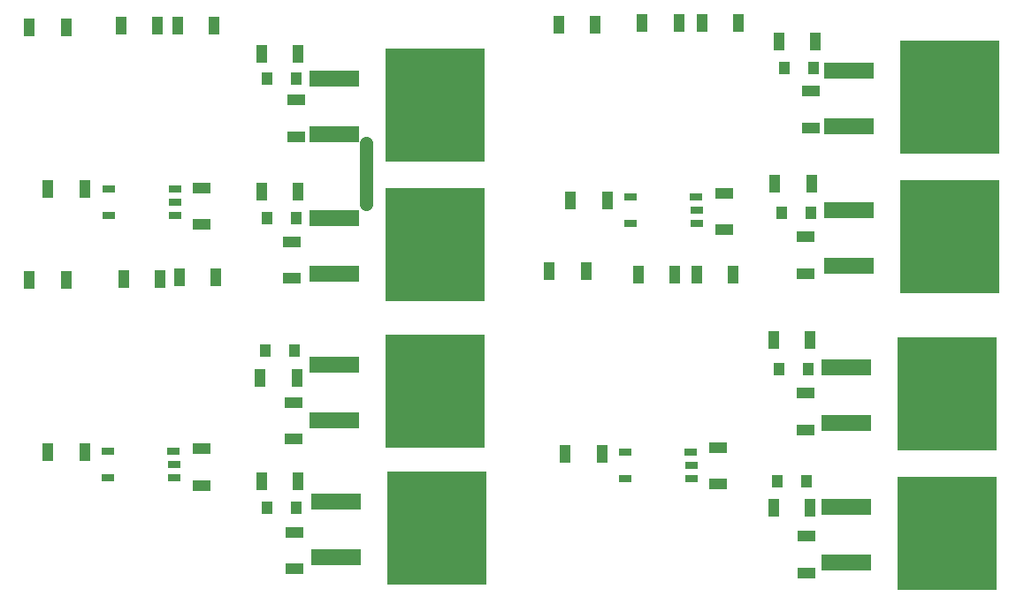
<source format=gtp>
G04*
G04 #@! TF.GenerationSoftware,Altium Limited,Altium Designer,21.1.1 (26)*
G04*
G04 Layer_Color=8421504*
%FSLAX25Y25*%
%MOIN*%
G70*
G04*
G04 #@! TF.SameCoordinates,EB652CFF-68FA-4F81-8967-BD5122A89D0C*
G04*
G04*
G04 #@! TF.FilePolarity,Positive*
G04*
G01*
G75*
%ADD13R,0.37402X0.42520*%
%ADD14R,0.18504X0.05906*%
%ADD15R,0.03937X0.06693*%
%ADD16R,0.03937X0.04724*%
%ADD17R,0.04724X0.03150*%
%ADD18R,0.06693X0.03937*%
%ADD19C,0.05000*%
D13*
X508000Y40500D02*
D03*
X509000Y152500D02*
D03*
X315500Y42500D02*
D03*
X315000Y94000D02*
D03*
X314987Y149539D02*
D03*
Y202039D02*
D03*
X509000Y205000D02*
D03*
X508000Y93000D02*
D03*
D14*
X470000Y29500D02*
D03*
Y50500D02*
D03*
X471000Y141500D02*
D03*
Y162500D02*
D03*
X277500Y31500D02*
D03*
Y52500D02*
D03*
X277000Y83000D02*
D03*
Y104000D02*
D03*
X276987Y138539D02*
D03*
Y159539D02*
D03*
Y191039D02*
D03*
Y212039D02*
D03*
X471000Y215000D02*
D03*
Y194000D02*
D03*
X470000Y103000D02*
D03*
Y82000D02*
D03*
D15*
X456890Y172500D02*
D03*
X443110D02*
D03*
X182890Y71000D02*
D03*
X169110D02*
D03*
X262890Y99000D02*
D03*
X249110D02*
D03*
X263390Y60000D02*
D03*
X249610D02*
D03*
X197610Y136500D02*
D03*
X211390D02*
D03*
X456390Y50000D02*
D03*
X442610D02*
D03*
X456390Y113500D02*
D03*
X442610D02*
D03*
X196610Y232000D02*
D03*
X210390D02*
D03*
X218610Y137000D02*
D03*
X232390D02*
D03*
X182890Y170500D02*
D03*
X169110D02*
D03*
X263390Y169500D02*
D03*
X249610D02*
D03*
X263390Y221500D02*
D03*
X249610D02*
D03*
X393110Y233000D02*
D03*
X406890D02*
D03*
X379890Y166000D02*
D03*
X366110D02*
D03*
X458390Y226000D02*
D03*
X444610D02*
D03*
X415610Y233000D02*
D03*
X429390D02*
D03*
X413610Y138000D02*
D03*
X427390D02*
D03*
X375390Y232500D02*
D03*
X361610D02*
D03*
X371890Y139500D02*
D03*
X358110D02*
D03*
X391610Y138000D02*
D03*
X405390D02*
D03*
X377890Y70500D02*
D03*
X364110D02*
D03*
X218000Y232000D02*
D03*
X231780D02*
D03*
X175890Y136000D02*
D03*
X162110D02*
D03*
X175890Y231500D02*
D03*
X162110D02*
D03*
D16*
X456500Y161500D02*
D03*
X445476D02*
D03*
X262024Y109500D02*
D03*
X251000D02*
D03*
X262500Y50000D02*
D03*
X251476D02*
D03*
X455024Y60000D02*
D03*
X444000D02*
D03*
X455500Y102500D02*
D03*
X444476D02*
D03*
X262524Y159500D02*
D03*
X251500D02*
D03*
X262500Y212000D02*
D03*
X251476D02*
D03*
X457500Y216000D02*
D03*
X446476D02*
D03*
D17*
X191458Y71500D02*
D03*
Y61500D02*
D03*
X216500D02*
D03*
X216454Y66500D02*
D03*
X216356Y71500D02*
D03*
X192000Y170500D02*
D03*
Y160500D02*
D03*
X217042D02*
D03*
X216997Y165500D02*
D03*
X216898Y170500D02*
D03*
X388500Y167500D02*
D03*
Y157500D02*
D03*
X413542D02*
D03*
X413497Y162500D02*
D03*
X413398Y167500D02*
D03*
X386500Y71000D02*
D03*
Y61000D02*
D03*
X411542D02*
D03*
X411497Y66000D02*
D03*
X411398Y71000D02*
D03*
D18*
X261500Y89890D02*
D03*
Y76110D02*
D03*
X262000Y40890D02*
D03*
Y27110D02*
D03*
X455000Y39390D02*
D03*
Y25610D02*
D03*
X454500Y93390D02*
D03*
Y79610D02*
D03*
X261000Y150500D02*
D03*
Y136721D02*
D03*
X262500Y204000D02*
D03*
Y190220D02*
D03*
X454500Y152390D02*
D03*
Y138610D02*
D03*
X456500Y207390D02*
D03*
Y193610D02*
D03*
X424000Y168890D02*
D03*
Y155110D02*
D03*
X421500Y72890D02*
D03*
Y59110D02*
D03*
X227000Y72390D02*
D03*
Y58610D02*
D03*
Y170890D02*
D03*
Y157110D02*
D03*
D19*
X289000Y164680D02*
Y187657D01*
M02*

</source>
